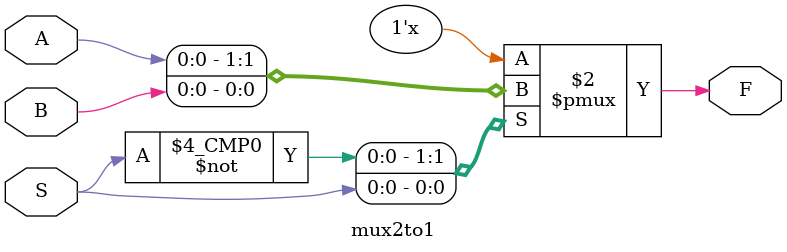
<source format=v>
module mux2to1 (input S, A, B, output reg F);
always @(*)
begin
	case (S)
	1'b0 : F = A;
	1'b1 : F = B;
	default: F =0;
	endcase
end
endmodule
</source>
